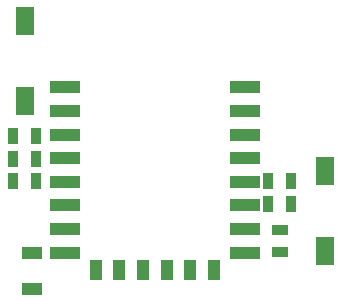
<source format=gbr>
G04 GENERATED BY PULSONIX 12.5 GERBER.DLL 9449*
G04 #@! TF.GenerationSoftware,Pulsonix,Pulsonix,12.5.9449*
G04 #@! TF.CreationDate,2025-04-26T21:18:15--1:00*
G04 #@! TF.Part,Single*
%FSLAX35Y35*%
%LPD*%
%MOMM*%
G04 #@! TF.FileFunction,Paste,Top*
G04 #@! TF.FilePolarity,Positive*
G04 #@! TA.AperFunction,SMDPad,CuDef*
%ADD93R,2.50000X1.00000*%
%ADD94R,1.00000X1.80000*%
%ADD95R,0.90000X1.40000*%
%ADD99R,1.40000X0.90000*%
%ADD103R,1.80000X1.00000*%
%ADD104R,1.50000X2.40000*%
G04 #@! TD.AperFunction*
X0Y0D02*
D02*
D93*
X3961925Y1053000D03*
Y1253000D03*
Y1453000D03*
Y1653000D03*
Y1853000D03*
Y2053000D03*
Y2253000D03*
Y2453000D03*
X5481925Y1053000D03*
Y1253000D03*
Y1453000D03*
Y1653000D03*
Y1853000D03*
Y2053000D03*
Y2253000D03*
Y2453000D03*
D02*
D94*
X4221925Y903000D03*
X4421925D03*
X4621925D03*
X4821925D03*
X5021925D03*
X5221925D03*
D02*
D95*
X3525675Y1658500D03*
Y1849000D03*
Y2039500D03*
X3716175Y1658500D03*
Y1849000D03*
Y2039500D03*
X5684675Y1468000D03*
Y1658500D03*
X5875175Y1468000D03*
Y1658500D03*
D02*
D99*
X5779925Y1055250D03*
Y1245750D03*
D02*
D103*
X3684425Y746500D03*
Y1046500D03*
D02*
D104*
X3620925Y2334500D03*
Y3014500D03*
X6160925Y1064500D03*
Y1744500D03*
X0Y0D02*
M02*

</source>
